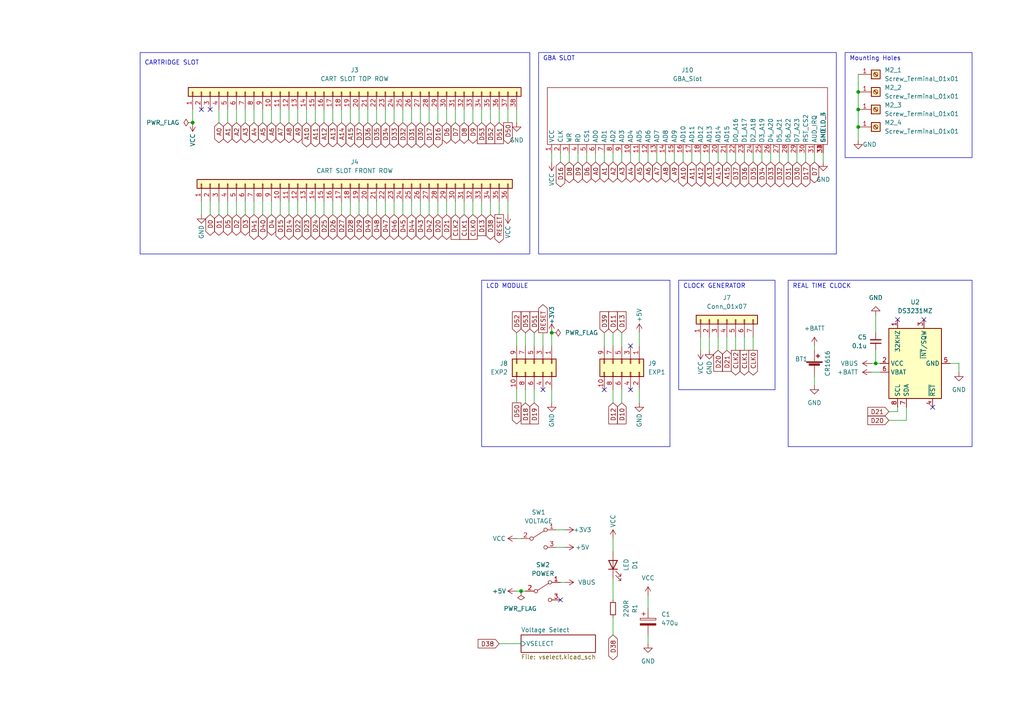
<source format=kicad_sch>
(kicad_sch (version 20231120) (generator "eeschema") (generator_version "8.0")
  (paper "A4")
  (title_block (title "Base board with CPU nad power supply") (date "2023-07-16") (rev "A") (company "iperkeno") (comment 1 "EN022") (comment 2 "Cartridge Reader") (comment 3 "001") (comment 4 "CPU Power Base"))
  (lib_symbols
    (symbol "!OSCR:GBA_Slot"
      (property "Reference" "J10" (at 1.27 15.24 0))
      (property "Value" "GBA_Slot" (at 1.27 12.7 0))
      (symbol "GBA_Slot_1_0"
        (pin power_in line (at 40.64 -8.89 90) (length 2.54) (name "SHIELD_3") (number "33"))
        (pin power_in line (at 40.64 -8.89 90) (length 2.54) (name "SHIELD_4") (number "34"))
      )
      (symbol "GBA_Slot_1_1"
        (pin power_in line (at -38.1 -8.89 90) (length 2.54) (name "VCC") (number "1"))
        (pin bidirectional line (at -15.24 -8.89 90) (length 2.54) (name "AD4") (number "10"))
        (pin bidirectional line (at -12.7 -8.89 90) (length 2.54) (name "AD5") (number "11"))
        (pin bidirectional line (at -10.16 -8.89 90) (length 2.54) (name "AD6") (number "12"))
        (pin bidirectional line (at -7.62 -8.89 90) (length 2.54) (name "AD7") (number "13"))
        (pin bidirectional line (at -5.08 -8.89 90) (length 2.54) (name "AD8") (number "14"))
        (pin bidirectional line (at -2.54 -8.89 90) (length 2.54) (name "AD9") (number "15"))
        (pin bidirectional line (at 0 -8.89 90) (length 2.54) (name "AD10") (number "16"))
        (pin bidirectional line (at 2.54 -8.89 90) (length 2.54) (name "AD11") (number "17"))
        (pin bidirectional line (at 5.08 -8.89 90) (length 2.54) (name "AD12") (number "18"))
        (pin bidirectional line (at 7.62 -8.89 90) (length 2.54) (name "AD13") (number "19"))
        (pin input line (at -35.56 -8.89 90) (length 2.54) (name "CLK") (number "2"))
        (pin bidirectional line (at 10.16 -8.89 90) (length 2.54) (name "AD14") (number "20"))
        (pin bidirectional line (at 12.7 -8.89 90) (length 2.54) (name "AD15") (number "21"))
        (pin bidirectional line (at 15.24 -8.89 90) (length 2.54) (name "D0_A16") (number "22"))
        (pin bidirectional line (at 17.78 -8.89 90) (length 2.54) (name "D1_A17") (number "23"))
        (pin bidirectional line (at 20.32 -8.89 90) (length 2.54) (name "D2_A18") (number "24"))
        (pin bidirectional line (at 22.86 -8.89 90) (length 2.54) (name "D3_A19") (number "25"))
        (pin bidirectional line (at 25.4 -8.89 90) (length 2.54) (name "D4_A20") (number "26"))
        (pin bidirectional line (at 27.94 -8.89 90) (length 2.54) (name "D5_A21") (number "27"))
        (pin bidirectional line (at 30.48 -8.89 90) (length 2.54) (name "D6_A22") (number "28"))
        (pin bidirectional line (at 33.02 -8.89 90) (length 2.54) (name "D7_A23") (number "29"))
        (pin input line (at -33.02 -8.89 90) (length 2.54) (name "WR") (number "3"))
        (pin input line (at 35.56 -8.89 90) (length 2.54) (name "RST_CS2") (number "30"))
        (pin input line (at 38.1 -8.89 90) (length 2.54) (name "AUD_IRQ") (number "31"))
        (pin power_in line (at 40.64 -8.89 90) (length 2.54) (name "GND") (number "32"))
        (pin input line (at -30.48 -8.89 90) (length 2.54) (name "RD") (number "4"))
        (pin input line (at -27.94 -8.89 90) (length 2.54) (name "CS1") (number "5"))
        (pin bidirectional line (at -25.4 -8.89 90) (length 2.54) (name "AD0") (number "6"))
        (pin bidirectional line (at -22.86 -8.89 90) (length 2.54) (name "AD1") (number "7"))
        (pin bidirectional line (at -20.32 -8.89 90) (length 2.54) (name "AD2") (number "8"))
        (pin bidirectional line (at -17.78 -8.89 90) (length 2.54) (name "AD3") (number "9"))
      )
    )
    (symbol "Connector:Screw_Terminal_01x01" (pin_names (offset 1.016) hide)
      (property "Reference" "J" (at 0 2.54 0))
      (property "Value" "Screw_Terminal_01x01" (at 0 -2.54 0))
      (symbol "Screw_Terminal_01x01_1_1"
        (pin passive line (at -5.08 0 0) (length 3.81) (name "Pin_1") (number "1"))
      )
    )
    (symbol "Connector_Generic:Conn_01x07" (pin_names (offset 1.016) hide)
      (property "Reference" "J" (at 0 10.16 0))
      (property "Value" "Conn_01x07" (at 0 -10.16 0))
      (symbol "Conn_01x07_1_1"
        (pin passive line (at -5.08 7.62 0) (length 3.81) (name "Pin_1") (number "1"))
        (pin passive line (at -5.08 5.08 0) (length 3.81) (name "Pin_2") (number "2"))
        (pin passive line (at -5.08 2.54 0) (length 3.81) (name "Pin_3") (number "3"))
        (pin passive line (at -5.08 0 0) (length 3.81) (name "Pin_4") (number "4"))
        (pin passive line (at -5.08 -2.54 0) (length 3.81) (name "Pin_5") (number "5"))
        (pin passive line (at -5.08 -5.08 0) (length 3.81) (name "Pin_6") (number "6"))
        (pin passive line (at -5.08 -7.62 0) (length 3.81) (name "Pin_7") (number "7"))
      )
    )
    (symbol "Connector_Generic:Conn_01x36" (pin_names (offset 1.016) hide)
      (property "Reference" "J" (at 0 45.72 0))
      (property "Value" "Conn_01x36" (at 0 -48.26 0))
      (symbol "Conn_01x36_1_1"
        (pin passive line (at -5.08 43.18 0) (length 3.81) (name "Pin_1") (number "1"))
        (pin passive line (at -5.08 20.32 0) (length 3.81) (name "Pin_10") (number "10"))
        (pin passive line (at -5.08 17.78 0) (length 3.81) (name "Pin_11") (number "11"))
        (pin passive line (at -5.08 15.24 0) (length 3.81) (name "Pin_12") (number "12"))
        (pin passive line (at -5.08 12.7 0) (length 3.81) (name "Pin_13") (number "13"))
        (pin passive line (at -5.08 10.16 0) (length 3.81) (name "Pin_14") (number "14"))
        (pin passive line (at -5.08 7.62 0) (length 3.81) (name "Pin_15") (number "15"))
        (pin passive line (at -5.08 5.08 0) (length 3.81) (name "Pin_16") (number "16"))
        (pin passive line (at -5.08 2.54 0) (length 3.81) (name "Pin_17") (number "17"))
        (pin passive line (at -5.08 0 0) (length 3.81) (name "Pin_18") (number "18"))
        (pin passive line (at -5.08 -2.54 0) (length 3.81) (name "Pin_19") (number "19"))
        (pin passive line (at -5.08 40.64 0) (length 3.81) (name "Pin_2") (number "2"))
        (pin passive line (at -5.08 -5.08 0) (length 3.81) (name "Pin_20") (number "20"))
        (pin passive line (at -5.08 -7.62 0) (length 3.81) (name "Pin_21") (number "21"))
        (pin passive line (at -5.08 -10.16 0) (length 3.81) (name "Pin_22") (number "22"))
        (pin passive line (at -5.08 -12.7 0) (length 3.81) (name "Pin_23") (number "23"))
        (pin passive line (at -5.08 -15.24 0) (length 3.81) (name "Pin_24") (number "24"))
        (pin passive line (at -5.08 -17.78 0) (length 3.81) (name "Pin_25") (number "25"))
        (pin passive line (at -5.08 -20.32 0) (length 3.81) (name "Pin_26") (number "26"))
        (pin passive line (at -5.08 -22.86 0) (length 3.81) (name "Pin_27") (number "27"))
        (pin passive line (at -5.08 -25.4 0) (length 3.81) (name "Pin_28") (number "28"))
        (pin passive line (at -5.08 -27.94 0) (length 3.81) (name "Pin_29") (number "29"))
        (pin passive line (at -5.08 38.1 0) (length 3.81) (name "Pin_3") (number "3"))
        (pin passive line (at -5.08 -30.48 0) (length 3.81) (name "Pin_30") (number "30"))
        (pin passive line (at -5.08 -33.02 0) (length 3.81) (name "Pin_31") (number "31"))
        (pin passive line (at -5.08 -35.56 0) (length 3.81) (name "Pin_32") (number "32"))
        (pin passive line (at -5.08 -38.1 0) (length 3.81) (name "Pin_33") (number "33"))
        (pin passive line (at -5.08 -40.64 0) (length 3.81) (name "Pin_34") (number "34"))
        (pin passive line (at -5.08 -43.18 0) (length 3.81) (name "Pin_35") (number "35"))
        (pin passive line (at -5.08 -45.72 0) (length 3.81) (name "Pin_36") (number "36"))
        (pin passive line (at -5.08 35.56 0) (length 3.81) (name "Pin_4") (number "4"))
        (pin passive line (at -5.08 33.02 0) (length 3.81) (name "Pin_5") (number "5"))
        (pin passive line (at -5.08 30.48 0) (length 3.81) (name "Pin_6") (number "6"))
        (pin passive line (at -5.08 27.94 0) (length 3.81) (name "Pin_7") (number "7"))
        (pin passive line (at -5.08 25.4 0) (length 3.81) (name "Pin_8") (number "8"))
        (pin passive line (at -5.08 22.86 0) (length 3.81) (name "Pin_9") (number "9"))
      )
    )
    (symbol "Connector_Generic:Conn_01x38" (pin_names (offset 1.016) hide)
      (property "Reference" "J" (at 0 48.26 0))
      (property "Value" "Conn_01x38" (at 0 -50.8 0))
      (symbol "Conn_01x38_1_1"
        (pin passive line (at -5.08 45.72 0) (length 3.81) (name "Pin_1") (number "1"))
        (pin passive line (at -5.08 22.86 0) (length 3.81) (name "Pin_10") (number "10"))
        (pin passive line (at -5.08 20.32 0) (length 3.81) (name "Pin_11") (number "11"))
        (pin passive line (at -5.08 17.78 0) (length 3.81) (name "Pin_12") (number "12"))
        (pin passive line (at -5.08 15.24 0) (length 3.81) (name "Pin_13") (number "13"))
        (pin passive line (at -5.08 12.7 0) (length 3.81) (name "Pin_14") (number "14"))
        (pin passive line (at -5.08 10.16 0) (length 3.81) (name "Pin_15") (number "15"))
        (pin passive line (at -5.08 7.62 0) (length 3.81) (name "Pin_16") (number "16"))
        (pin passive line (at -5.08 5.08 0) (length 3.81) (name "Pin_17") (number "17"))
        (pin passive line (at -5.08 2.54 0) (length 3.81) (name "Pin_18") (number "18"))
        (pin passive line (at -5.08 0 0) (length 3.81) (name "Pin_19") (number "19"))
        (pin passive line (at -5.08 43.18 0) (length 3.81) (name "Pin_2") (number "2"))
        (pin passive line (at -5.08 -2.54 0) (length 3.81) (name "Pin_20") (number "20"))
        (pin passive line (at -5.08 -5.08 0) (length 3.81) (name "Pin_21") (number "21"))
        (pin passive line (at -5.08 -7.62 0) (length 3.81) (name "Pin_22") (number "22"))
        (pin passive line (at -5.08 -10.16 0) (length 3.81) (name "Pin_23") (number "23"))
        (pin passive line (at -5.08 -12.7 0) (length 3.81) (name "Pin_24") (number "24"))
        (pin passive line (at -5.08 -15.24 0) (length 3.81) (name "Pin_25") (number "25"))
        (pin passive line (at -5.08 -17.78 0) (length 3.81) (name "Pin_26") (number "26"))
        (pin passive line (at -5.08 -20.32 0) (length 3.81) (name "Pin_27") (number "27"))
        (pin passive line (at -5.08 -22.86 0) (length 3.81) (name "Pin_28") (number "28"))
        (pin passive line (at -5.08 -25.4 0) (length 3.81) (name "Pin_29") (number "29"))
        (pin passive line (at -5.08 40.64 0) (length 3.81) (name "Pin_3") (number "3"))
        (pin passive line (at -5.08 -27.94 0) (length 3.81) (name "Pin_30") (number "30"))
        (pin passive line (at -5.08 -30.48 0) (length 3.81) (name "Pin_31") (number "31"))
        (pin passive line (at -5.08 -33.02 0) (length 3.81) (name "Pin_32") (number "32"))
        (pin passive line (at -5.08 -35.56 0) (length 3.81) (name "Pin_33") (number "33"))
        (pin passive line (at -5.08 -38.1 0) (length 3.81) (name "Pin_34") (number "34"))
        (pin passive line (at -5.08 -40.64 0) (length 3.81) (name "Pin_35") (number "35"))
        (pin passive line (at -5.08 -43.18 0) (length 3.81) (name "Pin_36") (number "36"))
        (pin passive line (at -5.08 -45.72 0) (length 3.81) (name "Pin_37") (number "37"))
        (pin passive line (at -5.08 -48.26 0) (length 3.81) (name "Pin_38") (number "38"))
        (pin passive line (at -5.08 38.1 0) (length 3.81) (name "Pin_4") (number "4"))
        (pin passive line (at -5.08 35.56 0) (length 3.81) (name "Pin_5") (number "5"))
        (pin passive line (at -5.08 33.02 0) (length 3.81) (name "Pin_6") (number "6"))
        (pin passive line (at -5.08 30.48 0) (length 3.81) (name "Pin_7") (number "7"))
        (pin passive line (at -5.08 27.94 0) (length 3.81) (name "Pin_8") (number "8"))
        (pin passive line (at -5.08 25.4 0) (length 3.81) (name "Pin_9") (number "9"))
      )
    )
    (symbol "Connector_Generic:Conn_02x05_Odd_Even" (pin_names (offset 1.016) hide)
      (property "Reference" "J" (at 1.27 7.62 0))
      (property "Value" "Conn_02x05_Odd_Even" (at 1.27 -7.62 0))
      (symbol "Conn_02x05_Odd_Even_1_1"
        (pin passive line (at -5.08 5.08 0) (length 3.81) (name "Pin_1") (number "1"))
        (pin passive line (at 7.62 -5.08 180) (length 3.81) (name "Pin_10") (number "10"))
        (pin passive line (at 7.62 5.08 180) (length 3.81) (name "Pin_2") (number "2"))
        (pin passive line (at -5.08 2.54 0) (length 3.81) (name "Pin_3") (number "3"))
        (pin passive line (at 7.62 2.54 180) (length 3.81) (name "Pin_4") (number "4"))
        (pin passive line (at -5.08 0 0) (length 3.81) (name "Pin_5") (number "5"))
        (pin passive line (at 7.62 0 180) (length 3.81) (name "Pin_6") (number "6"))
        (pin passive line (at -5.08 -2.54 0) (length 3.81) (name "Pin_7") (number "7"))
        (pin passive line (at 7.62 -2.54 180) (length 3.81) (name "Pin_8") (number "8"))
        (pin passive line (at -5.08 -5.08 0) (length 3.81) (name "Pin_9") (number "9"))
      )
    )
    (symbol "Device:Battery_Cell" (pin_numbers hide) (pin_names (offset 0) hide)
      (property "Reference" "BT" (at 2.54 2.54 0))
      (property "Value" "Battery_Cell" (at 2.54 0 0))
      (symbol "Battery_Cell_1_1"
        (pin passive line (at 0 5.08 270) (length 2.54) (name "+") (number "1"))
        (pin passive line (at 0 -2.54 90) (length 2.54) (name "-") (number "2"))
      )
    )
    (symbol "Device:C_Polarized" (pin_numbers hide) (pin_names (offset 0.254))
      (property "Reference" "C" (at 0.635 2.54 0))
      (property "Value" "C_Polarized" (at 0.635 -2.54 0))
      (symbol "C_Polarized_1_1"
        (pin passive line (at 0 3.81 270) (length 2.794) (name "~") (number "1"))
        (pin passive line (at 0 -3.81 90) (length 2.794) (name "~") (number "2"))
      )
    )
    (symbol "Device:C_Small" (pin_numbers hide) (pin_names (offset 0.254) hide)
      (property "Reference" "C" (at 0.254 1.778 0))
      (property "Value" "C_Small" (at 0.254 -2.032 0))
      (symbol "C_Small_1_1"
        (pin passive line (at 0 2.54 270) (length 2.032) (name "~") (number "1"))
        (pin passive line (at 0 -2.54 90) (length 2.032) (name "~") (number "2"))
      )
    )
    (symbol "Device:LED" (pin_numbers hide) (pin_names (offset 1.016) hide)
      (property "Reference" "D" (at 0 2.54 0))
      (property "Value" "LED" (at 0 -2.54 0))
      (symbol "LED_1_1"
        (pin passive line (at -3.81 0 0) (length 2.54) (name "K") (number "1"))
        (pin passive line (at 3.81 0 180) (length 2.54) (name "A") (number "2"))
      )
    )
    (symbol "Device:R_Small" (pin_numbers hide) (pin_names (offset 0.254) hide)
      (property "Reference" "R" (at 0.762 0.508 0))
      (property "Value" "R_Small" (at 0.762 -1.016 0))
      (symbol "R_Small_1_1"
        (pin passive line (at 0 2.54 270) (length 0.762) (name "~") (number "1"))
        (pin passive line (at 0 -2.54 90) (length 0.762) (name "~") (number "2"))
      )
    )
    (symbol "Switch:SW_SPDT" (pin_names (offset 0) hide)
      (property "Reference" "SW" (at 0 4.318 0))
      (property "Value" "SW_SPDT" (at 0 -5.08 0))
      (symbol "SW_SPDT_1_1"
        (pin passive line (at 5.08 2.54 180) (length 2.54) (name "A") (number "1"))
        (pin passive line (at -5.08 0 0) (length 2.54) (name "B") (number "2"))
        (pin passive line (at 5.08 -2.54 180) (length 2.54) (name "C") (number "3"))
      )
    )
    (symbol "Timer_RTC:DS3231MZ"
      (property "Reference" "U" (at -7.62 8.89 0))
      (property "Value" "DS3231MZ" (at 11.43 8.89 0))
      (symbol "DS3231MZ_1_1"
        (pin open_collector line (at 12.7 5.08 180) (length 2.54) (name "32KHZ") (number "1"))
        (pin power_in line (at 0 10.16 270) (length 2.54) (name "VCC") (number "2"))
        (pin open_collector line (at 12.7 -2.54 180) (length 2.54) (name "~{INT}/SQW") (number "3"))
        (pin bidirectional line (at -12.7 -5.08 0) (length 2.54) (name "~{RST}") (number "4"))
        (pin power_in line (at 0 -10.16 90) (length 2.54) (name "GND") (number "5"))
        (pin power_in line (at -2.54 10.16 270) (length 2.54) (name "VBAT") (number "6"))
        (pin bidirectional line (at -12.7 2.54 0) (length 2.54) (name "SDA") (number "7"))
        (pin input line (at -12.7 5.08 0) (length 2.54) (name "SCL") (number "8"))
      )
    )
    (symbol "power:+3.3V" (power) (pin_names (offset 0))
      (property "Value" "+3.3V" (at 0 3.556 0))
      (symbol "+3.3V_1_1"
        (pin power_in line (at 0 0 90) (length 0) hide (name "+3V3") (number "1"))
      )
    )
    (symbol "power:+5V" (power) (pin_names (offset 0))
      (property "Value" "+5V" (at 0 3.556 0))
      (symbol "+5V_1_1"
        (pin power_in line (at 0 0 90) (length 0) hide (name "+5V") (number "1"))
      )
    )
    (symbol "power:+BATT" (power) (pin_names (offset 0))
      (property "Value" "+BATT" (at 0 3.556 0))
      (symbol "+BATT_1_1"
        (pin power_in line (at 0 0 90) (length 0) hide (name "+BATT") (number "1"))
      )
    )
    (symbol "power:GND" (power) (pin_names (offset 0))
      (property "Value" "GND" (at 0 -3.81 0))
      (symbol "GND_1_1"
        (pin power_in line (at 0 0 270) (length 0) hide (name "GND") (number "1"))
      )
    )
    (symbol "power:PWR_FLAG" (power) (pin_numbers hide) (pin_names (offset 0) hide)
      (property "Value" "PWR_FLAG" (at 0 3.81 0))
      (symbol "PWR_FLAG_0_0"
        (pin power_out line (at 0 0 90) (length 0) (name "pwr") (number "1"))
      )
    )
    (symbol "power:VBUS" (power) (pin_names (offset 0))
      (property "Value" "VBUS" (at 0 3.81 0))
      (symbol "VBUS_1_1"
        (pin power_in line (at 0 0 90) (length 0) hide (name "VBUS") (number "1"))
      )
    )
    (symbol "power:VCC" (power) (pin_names (offset 0))
      (property "Value" "VCC" (at 0 3.81 0))
      (symbol "VCC_1_1"
        (pin power_in line (at 0 0 90) (length 0) hide (name "VCC") (number "1"))
      )
    )
  )
  (junction (at 254 105.41))
  (junction (at 248.92 26.67))
  (junction (at 248.92 31.75))
  (junction (at 151.13 171.45))
  (junction (at 55.88 35.56))
  (junction (at 248.92 36.83))
  (junction (at 160.02 96.52))
  (no_connect (at 157.48 113.03))
  (no_connect (at 175.26 113.03))
  (no_connect (at 182.88 100.33))
  (no_connect (at 182.88 113.03))
  (no_connect (at 58.42 31.75))
  (no_connect (at 162.56 173.99))
  (no_connect (at 267.97 92.71))
  (no_connect (at 260.35 92.71))
  (no_connect (at 270.51 118.11))
  (no_connect (at 60.96 31.75))
  (wire (pts (xy 144.78 31.75) (xy 144.78 35.56)))
  (wire (pts (xy 71.12 58.42) (xy 71.12 62.23)))
  (wire (pts (xy 210.82 44.45) (xy 210.82 46.99)))
  (wire (pts (xy 254 101.6) (xy 254 105.41)))
  (wire (pts (xy 60.96 58.42) (xy 60.96 62.23)))
  (wire (pts (xy 78.74 58.42) (xy 78.74 62.23)))
  (wire (pts (xy 182.88 44.45) (xy 182.88 46.99)))
  (wire (pts (xy 132.08 31.75) (xy 132.08 35.56)))
  (wire (pts (xy 238.76 44.45) (xy 238.76 46.99)))
  (wire (pts (xy 114.3 31.75) (xy 114.3 35.56)))
  (wire (pts (xy 99.06 31.75) (xy 99.06 35.56)))
  (wire (pts (xy 231.14 44.45) (xy 231.14 46.99)))
  (wire (pts (xy 139.7 31.75) (xy 139.7 35.56)))
  (wire (pts (xy 198.12 44.45) (xy 198.12 46.99)))
  (wire (pts (xy 104.14 58.42) (xy 104.14 62.23)))
  (wire (pts (xy 195.58 44.45) (xy 195.58 46.99)))
  (wire (pts (xy 73.66 58.42) (xy 73.66 62.23)))
  (wire (pts (xy 226.06 44.45) (xy 226.06 46.99)))
  (wire (pts (xy 215.9 44.45) (xy 215.9 46.99)))
  (wire (pts (xy 257.81 119.38) (xy 260.35 119.38)))
  (wire (pts (xy 177.8 44.45) (xy 177.8 46.99)))
  (wire (pts (xy 213.36 97.79) (xy 213.36 101.6)))
  (wire (pts (xy 165.1 44.45) (xy 165.1 46.99)))
  (wire (pts (xy 177.8 167.64) (xy 177.8 173.99)))
  (wire (pts (xy 177.8 113.03) (xy 177.8 116.84)))
  (wire (pts (xy 129.54 31.75) (xy 129.54 35.56)))
  (wire (pts (xy 254 96.52) (xy 254 91.44)))
  (wire (pts (xy 144.78 58.42) (xy 144.78 62.23)))
  (wire (pts (xy 63.5 31.75) (xy 63.5 35.56)))
  (wire (pts (xy 96.52 31.75) (xy 96.52 35.56)))
  (wire (pts (xy 248.92 21.59) (xy 248.92 26.67)))
  (wire (pts (xy 93.98 31.75) (xy 93.98 35.56)))
  (wire (pts (xy 76.2 58.42) (xy 76.2 62.23)))
  (wire (pts (xy 101.6 58.42) (xy 101.6 62.23)))
  (wire (pts (xy 137.16 58.42) (xy 137.16 62.23)))
  (wire (pts (xy 172.72 44.45) (xy 172.72 46.99)))
  (wire (pts (xy 278.13 105.41) (xy 275.59 105.41)))
  (wire (pts (xy 132.08 58.42) (xy 132.08 62.23)))
  (wire (pts (xy 185.42 96.52) (xy 185.42 100.33)))
  (wire (pts (xy 93.98 58.42) (xy 93.98 62.23)))
  (wire (pts (xy 167.64 44.45) (xy 167.64 46.99)))
  (wire (pts (xy 185.42 113.03) (xy 185.42 116.84)))
  (wire (pts (xy 86.36 31.75) (xy 86.36 35.56)))
  (wire (pts (xy 200.66 44.45) (xy 200.66 46.99)))
  (wire (pts (xy 180.34 96.52) (xy 180.34 100.33)))
  (wire (pts (xy 223.52 44.45) (xy 223.52 46.99)))
  (wire (pts (xy 260.35 119.38) (xy 260.35 118.11)))
  (wire (pts (xy 147.32 31.75) (xy 147.32 35.56)))
  (wire (pts (xy 68.58 31.75) (xy 68.58 35.56)))
  (wire (pts (xy 210.82 97.79) (xy 210.82 101.6)))
  (wire (pts (xy 213.36 44.45) (xy 213.36 46.99)))
  (wire (pts (xy 66.04 58.42) (xy 66.04 62.23)))
  (wire (pts (xy 127 31.75) (xy 127 35.56)))
  (wire (pts (xy 63.5 58.42) (xy 63.5 62.23)))
  (wire (pts (xy 228.6 44.45) (xy 228.6 46.99)))
  (wire (pts (xy 151.13 171.45) (xy 152.4 171.45)))
  (wire (pts (xy 66.04 31.75) (xy 66.04 35.56)))
  (wire (pts (xy 142.24 58.42) (xy 142.24 62.23)))
  (wire (pts (xy 152.4 96.52) (xy 152.4 100.33)))
  (wire (pts (xy 252.73 107.95) (xy 255.27 107.95)))
  (wire (pts (xy 252.73 105.41) (xy 254 105.41)))
  (wire (pts (xy 104.14 31.75) (xy 104.14 35.56)))
  (wire (pts (xy 248.92 31.75) (xy 248.92 36.83)))
  (wire (pts (xy 119.38 58.42) (xy 119.38 62.23)))
  (wire (pts (xy 152.4 113.03) (xy 152.4 116.84)))
  (wire (pts (xy 91.44 31.75) (xy 91.44 35.56)))
  (wire (pts (xy 101.6 31.75) (xy 101.6 35.56)))
  (wire (pts (xy 111.76 58.42) (xy 111.76 62.23)))
  (wire (pts (xy 215.9 97.79) (xy 215.9 101.6)))
  (wire (pts (xy 73.66 31.75) (xy 73.66 35.56)))
  (wire (pts (xy 177.8 156.21) (xy 177.8 160.02)))
  (wire (pts (xy 121.92 31.75) (xy 121.92 35.56)))
  (wire (pts (xy 185.42 44.45) (xy 185.42 46.99)))
  (wire (pts (xy 55.88 31.75) (xy 55.88 35.56)))
  (wire (pts (xy 116.84 31.75) (xy 116.84 35.56)))
  (wire (pts (xy 149.86 156.21) (xy 151.13 156.21)))
  (wire (pts (xy 116.84 58.42) (xy 116.84 62.23)))
  (wire (pts (xy 99.06 58.42) (xy 99.06 62.23)))
  (wire (pts (xy 149.86 171.45) (xy 151.13 171.45)))
  (wire (pts (xy 86.36 58.42) (xy 86.36 62.23)))
  (wire (pts (xy 187.96 184.15) (xy 187.96 186.69)))
  (wire (pts (xy 88.9 31.75) (xy 88.9 35.56)))
  (wire (pts (xy 109.22 31.75) (xy 109.22 35.56)))
  (wire (pts (xy 134.62 31.75) (xy 134.62 35.56)))
  (wire (pts (xy 203.2 97.79) (xy 203.2 101.6)))
  (wire (pts (xy 177.8 96.52) (xy 177.8 100.33)))
  (wire (pts (xy 68.58 58.42) (xy 68.58 62.23)))
  (wire (pts (xy 170.18 44.45) (xy 170.18 46.99)))
  (wire (pts (xy 129.54 58.42) (xy 129.54 62.23)))
  (wire (pts (xy 162.56 168.91) (xy 163.83 168.91)))
  (wire (pts (xy 88.9 58.42) (xy 88.9 62.23)))
  (wire (pts (xy 76.2 31.75) (xy 76.2 35.56)))
  (wire (pts (xy 149.86 113.03) (xy 149.86 116.84)))
  (wire (pts (xy 278.13 107.95) (xy 278.13 105.41)))
  (wire (pts (xy 157.48 96.52) (xy 157.48 100.33)))
  (wire (pts (xy 161.29 153.67) (xy 163.83 153.67)))
  (wire (pts (xy 160.02 113.03) (xy 160.02 116.84)))
  (wire (pts (xy 262.89 121.92) (xy 257.81 121.92)))
  (wire (pts (xy 149.86 96.52) (xy 149.86 100.33)))
  (wire (pts (xy 71.12 31.75) (xy 71.12 35.56)))
  (wire (pts (xy 187.96 172.72) (xy 187.96 176.53)))
  (wire (pts (xy 205.74 44.45) (xy 205.74 46.99)))
  (wire (pts (xy 162.56 44.45) (xy 162.56 46.99)))
  (wire (pts (xy 134.62 58.42) (xy 134.62 62.23)))
  (wire (pts (xy 160.02 96.52) (xy 160.02 100.33)))
  (wire (pts (xy 124.46 31.75) (xy 124.46 35.56)))
  (wire (pts (xy 161.29 158.75) (xy 163.83 158.75)))
  (wire (pts (xy 187.96 44.45) (xy 187.96 46.99)))
  (wire (pts (xy 81.28 31.75) (xy 81.28 35.56)))
  (wire (pts (xy 114.3 58.42) (xy 114.3 62.23)))
  (wire (pts (xy 175.26 96.52) (xy 175.26 100.33)))
  (wire (pts (xy 203.2 44.45) (xy 203.2 46.99)))
  (wire (pts (xy 208.28 97.79) (xy 208.28 101.6)))
  (wire (pts (xy 83.82 58.42) (xy 83.82 62.23)))
  (wire (pts (xy 254 105.41) (xy 255.27 105.41)))
  (wire (pts (xy 262.89 118.11) (xy 262.89 121.92)))
  (wire (pts (xy 236.22 44.45) (xy 236.22 46.99)))
  (wire (pts (xy 149.86 31.75) (xy 149.86 35.56)))
  (wire (pts (xy 154.94 113.03) (xy 154.94 116.84)))
  (wire (pts (xy 248.92 26.67) (xy 248.92 31.75)))
  (wire (pts (xy 96.52 58.42) (xy 96.52 62.23)))
  (wire (pts (xy 236.22 109.22) (xy 236.22 111.76)))
  (wire (pts (xy 180.34 113.03) (xy 180.34 116.84)))
  (wire (pts (xy 137.16 31.75) (xy 137.16 35.56)))
  (wire (pts (xy 83.82 31.75) (xy 83.82 35.56)))
  (wire (pts (xy 127 58.42) (xy 127 62.23)))
  (wire (pts (xy 218.44 44.45) (xy 218.44 46.99)))
  (wire (pts (xy 142.24 31.75) (xy 142.24 35.56)))
  (wire (pts (xy 78.74 31.75) (xy 78.74 35.56)))
  (wire (pts (xy 106.68 58.42) (xy 106.68 62.23)))
  (wire (pts (xy 106.68 31.75) (xy 106.68 35.56)))
  (wire (pts (xy 220.98 44.45) (xy 220.98 46.99)))
  (wire (pts (xy 139.7 58.42) (xy 139.7 62.23)))
  (wire (pts (xy 144.78 186.69) (xy 151.13 186.69)))
  (wire (pts (xy 109.22 58.42) (xy 109.22 62.23)))
  (wire (pts (xy 91.44 58.42) (xy 91.44 62.23)))
  (wire (pts (xy 218.44 97.79) (xy 218.44 101.6)))
  (wire (pts (xy 147.32 58.42) (xy 147.32 62.23)))
  (wire (pts (xy 190.5 44.45) (xy 190.5 46.99)))
  (wire (pts (xy 236.22 100.33) (xy 236.22 101.6)))
  (wire (pts (xy 180.34 44.45) (xy 180.34 46.99)))
  (wire (pts (xy 111.76 31.75) (xy 111.76 35.56)))
  (wire (pts (xy 177.8 179.07) (xy 177.8 184.15)))
  (wire (pts (xy 119.38 31.75) (xy 119.38 35.56)))
  (wire (pts (xy 175.26 44.45) (xy 175.26 46.99)))
  (wire (pts (xy 58.42 58.42) (xy 58.42 62.23)))
  (wire (pts (xy 193.04 44.45) (xy 193.04 46.99)))
  (wire (pts (xy 154.94 96.52) (xy 154.94 100.33)))
  (wire (pts (xy 121.92 58.42) (xy 121.92 62.23)))
  (wire (pts (xy 124.46 58.42) (xy 124.46 62.23)))
  (wire (pts (xy 208.28 44.45) (xy 208.28 46.99)))
  (wire (pts (xy 205.74 97.79) (xy 205.74 101.6)))
  (wire (pts (xy 248.92 36.83) (xy 248.92 40.64)))
  (wire (pts (xy 81.28 58.42) (xy 81.28 62.23)))
  (wire (pts (xy 160.02 44.45) (xy 160.02 46.99)))
  (wire (pts (xy 233.68 44.45) (xy 233.68 46.99)))
  (rectangle (start 156.21 15.24) (end 242.57 73.66))
  (rectangle (start 245.11 15.24) (end 281.94 45.72))
  (rectangle (start 228.6 81.28) (end 281.94 129.54))
  (rectangle (start 40.64 15.24) (end 153.67 73.66))
  (rectangle (start 139.7 81.28) (end 194.31 129.54))
  (rectangle (start 196.85 81.28) (end 224.79 113.03))
  (text "LCD MODULE" (at 140.97 83.82 0) (effects (font (size 1.27 1.27)) (justify left bottom)))
  (text "REAL TIME CLOCK" (at 229.87 83.82 0) (effects (font (size 1.27 1.27)) (justify left bottom)))
  (text "CLOCK GENERATOR" (at 198.12 83.82 0) (effects (font (size 1.27 1.27)) (justify left bottom)))
  (text "CARTRIDGE SLOT" (at 41.91 19.05 0) (effects (font (size 1.27 1.27)) (justify left bottom)))
  (text "GBA SLOT" (at 157.48 17.78 0) (effects (font (size 1.27 1.27)) (justify left bottom)))
  (text "Mounting Holes" (at 246.38 17.78 0) (effects (font (size 1.27 1.27)) (justify left bottom)))
  (global_label "A7" (shape bidirectional) (at 190.5 46.99 270) (property "Intersheetrefs" "${INTERSHEET_REFS}" (effects (hide yes))))
  (global_label "A6" (shape bidirectional) (at 78.74 35.56 270) (property "Intersheetrefs" "${INTERSHEET_REFS}" (effects (hide yes))))
  (global_label "D6" (shape bidirectional) (at 170.18 46.99 270) (property "Intersheetrefs" "${INTERSHEET_REFS}" (effects (hide yes))))
  (global_label "D11" (shape input) (at 177.8 96.52 90) (property "Intersheetrefs" "${INTERSHEET_REFS}" (effects (hide yes))))
  (global_label "D51" (shape input) (at 144.78 35.56 270) (property "Intersheetrefs" "${INTERSHEET_REFS}" (effects (hide yes))))
  (global_label "D29" (shape bidirectional) (at 104.14 62.23 270) (property "Intersheetrefs" "${INTERSHEET_REFS}" (effects (hide yes))))
  (global_label "D38" (shape input) (at 144.78 186.69 180) (property "Intersheetrefs" "${INTERSHEET_REFS}" (effects (hide yes))))
  (global_label "A9" (shape bidirectional) (at 86.36 35.56 270) (property "Intersheetrefs" "${INTERSHEET_REFS}" (effects (hide yes))))
  (global_label "D31" (shape bidirectional) (at 119.38 35.56 270) (property "Intersheetrefs" "${INTERSHEET_REFS}" (effects (hide yes))))
  (global_label "D24" (shape bidirectional) (at 91.44 62.23 270) (property "Intersheetrefs" "${INTERSHEET_REFS}" (effects (hide yes))))
  (global_label "D9" (shape bidirectional) (at 167.64 46.99 270) (property "Intersheetrefs" "${INTERSHEET_REFS}" (effects (hide yes))))
  (global_label "CLK2" (shape output) (at 213.36 101.6 270) (property "Intersheetrefs" "${INTERSHEET_REFS}" (effects (hide yes))))
  (global_label "D50" (shape output) (at 147.32 35.56 270) (property "Intersheetrefs" "${INTERSHEET_REFS}" (effects (hide yes))))
  (global_label "D17" (shape bidirectional) (at 124.46 35.56 270) (property "Intersheetrefs" "${INTERSHEET_REFS}" (effects (hide yes))))
  (global_label "D7" (shape bidirectional) (at 236.22 46.99 270) (property "Intersheetrefs" "${INTERSHEET_REFS}" (effects (hide yes))))
  (global_label "D34" (shape bidirectional) (at 111.76 35.56 270) (property "Intersheetrefs" "${INTERSHEET_REFS}" (effects (hide yes))))
  (global_label "A11" (shape bidirectional) (at 91.44 35.56 270) (property "Intersheetrefs" "${INTERSHEET_REFS}" (effects (hide yes))))
  (global_label "D46" (shape bidirectional) (at 114.3 62.23 270) (property "Intersheetrefs" "${INTERSHEET_REFS}" (effects (hide yes))))
  (global_label "A2" (shape bidirectional) (at 177.8 46.99 270) (property "Intersheetrefs" "${INTERSHEET_REFS}" (effects (hide yes))))
  (global_label "D25" (shape bidirectional) (at 93.98 62.23 270) (property "Intersheetrefs" "${INTERSHEET_REFS}" (effects (hide yes))))
  (global_label "A5" (shape bidirectional) (at 185.42 46.99 270) (property "Intersheetrefs" "${INTERSHEET_REFS}" (effects (hide yes))))
  (global_label "CLK1" (shape input) (at 134.62 62.23 270) (property "Intersheetrefs" "${INTERSHEET_REFS}" (effects (hide yes))))
  (global_label "A5" (shape bidirectional) (at 76.2 35.56 270) (property "Intersheetrefs" "${INTERSHEET_REFS}" (effects (hide yes))))
  (global_label "D50" (shape output) (at 149.86 116.84 270) (property "Intersheetrefs" "${INTERSHEET_REFS}" (effects (hide yes))))
  (global_label "A13" (shape bidirectional) (at 205.74 46.99 270) (property "Intersheetrefs" "${INTERSHEET_REFS}" (effects (hide yes))))
  (global_label "CLK0" (shape output) (at 218.44 101.6 270) (property "Intersheetrefs" "${INTERSHEET_REFS}" (effects (hide yes))))
  (global_label "D49" (shape bidirectional) (at 106.68 62.23 270) (property "Intersheetrefs" "${INTERSHEET_REFS}" (effects (hide yes))))
  (global_label "D7" (shape bidirectional) (at 132.08 35.56 270) (property "Intersheetrefs" "${INTERSHEET_REFS}" (effects (hide yes))))
  (global_label "D16" (shape bidirectional) (at 127 35.56 270) (property "Intersheetrefs" "${INTERSHEET_REFS}" (effects (hide yes))))
  (global_label "D33" (shape bidirectional) (at 114.3 35.56 270) (property "Intersheetrefs" "${INTERSHEET_REFS}" (effects (hide yes))))
  (global_label "A12" (shape bidirectional) (at 93.98 35.56 270) (property "Intersheetrefs" "${INTERSHEET_REFS}" (effects (hide yes))))
  (global_label "CLK0" (shape input) (at 137.16 62.23 270) (property "Intersheetrefs" "${INTERSHEET_REFS}" (effects (hide yes))))
  (global_label "D9" (shape bidirectional) (at 137.16 35.56 270) (property "Intersheetrefs" "${INTERSHEET_REFS}" (effects (hide yes))))
  (global_label "D53" (shape input) (at 139.7 35.56 270) (property "Intersheetrefs" "${INTERSHEET_REFS}" (effects (hide yes))))
  (global_label "D38" (shape bidirectional) (at 142.24 62.23 270) (property "Intersheetrefs" "${INTERSHEET_REFS}" (effects (hide yes))))
  (global_label "A7" (shape bidirectional) (at 81.28 35.56 270) (property "Intersheetrefs" "${INTERSHEET_REFS}" (effects (hide yes))))
  (global_label "D52" (shape input) (at 142.24 35.56 270) (property "Intersheetrefs" "${INTERSHEET_REFS}" (effects (hide yes))))
  (global_label "D30" (shape bidirectional) (at 121.92 35.56 270) (property "Intersheetrefs" "${INTERSHEET_REFS}" (effects (hide yes))))
  (global_label "D13" (shape input) (at 180.34 96.52 90) (property "Intersheetrefs" "${INTERSHEET_REFS}" (effects (hide yes))))
  (global_label "D40" (shape bidirectional) (at 76.2 62.23 270) (property "Intersheetrefs" "${INTERSHEET_REFS}" (effects (hide yes))))
  (global_label "D15" (shape bidirectional) (at 81.28 62.23 270) (property "Intersheetrefs" "${INTERSHEET_REFS}" (effects (hide yes))))
  (global_label "A10" (shape bidirectional) (at 198.12 46.99 270) (property "Intersheetrefs" "${INTERSHEET_REFS}" (effects (hide yes))))
  (global_label "D28" (shape bidirectional) (at 101.6 62.23 270) (property "Intersheetrefs" "${INTERSHEET_REFS}" (effects (hide yes))))
  (global_label "A3" (shape bidirectional) (at 180.34 46.99 270) (property "Intersheetrefs" "${INTERSHEET_REFS}" (effects (hide yes))))
  (global_label "A1" (shape bidirectional) (at 66.04 35.56 270) (property "Intersheetrefs" "${INTERSHEET_REFS}" (effects (hide yes))))
  (global_label "D47" (shape bidirectional) (at 111.76 62.23 270) (property "Intersheetrefs" "${INTERSHEET_REFS}" (effects (hide yes))))
  (global_label "D12" (shape input) (at 177.8 116.84 270) (property "Intersheetrefs" "${INTERSHEET_REFS}" (effects (hide yes))))
  (global_label "A13" (shape bidirectional) (at 96.52 35.56 270) (property "Intersheetrefs" "${INTERSHEET_REFS}" (effects (hide yes))))
  (global_label "D18" (shape input) (at 152.4 116.84 270) (property "Intersheetrefs" "${INTERSHEET_REFS}" (effects (hide yes))))
  (global_label "A3" (shape bidirectional) (at 71.12 35.56 270) (property "Intersheetrefs" "${INTERSHEET_REFS}" (effects (hide yes))))
  (global_label "A11" (shape bidirectional) (at 200.66 46.99 270) (property "Intersheetrefs" "${INTERSHEET_REFS}" (effects (hide yes))))
  (global_label "D43" (shape bidirectional) (at 121.92 62.23 270) (property "Intersheetrefs" "${INTERSHEET_REFS}" (effects (hide yes))))
  (global_label "D8" (shape bidirectional) (at 134.62 35.56 270) (property "Intersheetrefs" "${INTERSHEET_REFS}" (effects (hide yes))))
  (global_label "D36" (shape bidirectional) (at 106.68 35.56 270) (property "Intersheetrefs" "${INTERSHEET_REFS}" (effects (hide yes))))
  (global_label "D35" (shape bidirectional) (at 218.44 46.99 270) (property "Intersheetrefs" "${INTERSHEET_REFS}" (effects (hide yes))))
  (global_label "D21" (shape input) (at 257.81 119.38 180) (property "Intersheetrefs" "${INTERSHEET_REFS}" (effects (hide yes))))
  (global_label "D23" (shape bidirectional) (at 88.9 62.23 270) (property "Intersheetrefs" "${INTERSHEET_REFS}" (effects (hide yes))))
  (global_label "D30" (shape bidirectional) (at 231.14 46.99 270) (property "Intersheetrefs" "${INTERSHEET_REFS}" (effects (hide yes))))
  (global_label "D33" (shape bidirectional) (at 223.52 46.99 270) (property "Intersheetrefs" "${INTERSHEET_REFS}" (effects (hide yes))))
  (global_label "D1" (shape bidirectional) (at 63.5 62.23 270) (property "Intersheetrefs" "${INTERSHEET_REFS}" (effects (hide yes))))
  (global_label "D14" (shape bidirectional) (at 83.82 62.23 270) (property "Intersheetrefs" "${INTERSHEET_REFS}" (effects (hide yes))))
  (global_label "D31" (shape bidirectional) (at 228.6 46.99 270) (property "Intersheetrefs" "${INTERSHEET_REFS}" (effects (hide yes))))
  (global_label "D19" (shape input) (at 154.94 116.84 270) (property "Intersheetrefs" "${INTERSHEET_REFS}" (effects (hide yes))))
  (global_label "A9" (shape bidirectional) (at 195.58 46.99 270) (property "Intersheetrefs" "${INTERSHEET_REFS}" (effects (hide yes))))
  (global_label "D4" (shape bidirectional) (at 78.74 62.23 270) (property "Intersheetrefs" "${INTERSHEET_REFS}" (effects (hide yes))))
  (global_label "D22" (shape bidirectional) (at 86.36 62.23 270) (property "Intersheetrefs" "${INTERSHEET_REFS}" (effects (hide yes))))
  (global_label "D2" (shape bidirectional) (at 68.58 62.23 270) (property "Intersheetrefs" "${INTERSHEET_REFS}" (effects (hide yes))))
  (global_label "D17" (shape bidirectional) (at 233.68 46.99 270) (property "Intersheetrefs" "${INTERSHEET_REFS}" (effects (hide yes))))
  (global_label "CLK1" (shape output) (at 215.9 101.6 270) (property "Intersheetrefs" "${INTERSHEET_REFS}" (effects (hide yes))))
  (global_label "D35" (shape bidirectional) (at 109.22 35.56 270) (property "Intersheetrefs" "${INTERSHEET_REFS}" (effects (hide yes))))
  (global_label "D39" (shape input) (at 175.26 96.52 90) (property "Intersheetrefs" "${INTERSHEET_REFS}" (effects (hide yes))))
  (global_label "D21" (shape bidirectional) (at 129.54 62.23 270) (property "Intersheetrefs" "${INTERSHEET_REFS}" (effects (hide yes))))
  (global_label "A0" (shape bidirectional) (at 63.5 35.56 270) (property "Intersheetrefs" "${INTERSHEET_REFS}" (effects (hide yes))))
  (global_label "D44" (shape bidirectional) (at 119.38 62.23 270) (property "Intersheetrefs" "${INTERSHEET_REFS}" (effects (hide yes))))
  (global_label "D20" (shape input) (at 257.81 121.92 180) (property "Intersheetrefs" "${INTERSHEET_REFS}" (effects (hide yes))))
  (global_label "D34" (shape bidirectional) (at 220.98 46.99 270) (property "Intersheetrefs" "${INTERSHEET_REFS}" (effects (hide yes))))
  (global_label "D48" (shape bidirectional) (at 109.22 62.23 270) (property "Intersheetrefs" "${INTERSHEET_REFS}" (effects (hide yes))))
  (global_label "A10" (shape bidirectional) (at 88.9 35.56 270) (property "Intersheetrefs" "${INTERSHEET_REFS}" (effects (hide yes))))
  (global_label "A8" (shape bidirectional) (at 193.04 46.99 270) (property "Intersheetrefs" "${INTERSHEET_REFS}" (effects (hide yes))))
  (global_label "D27" (shape bidirectional) (at 99.06 62.23 270) (property "Intersheetrefs" "${INTERSHEET_REFS}" (effects (hide yes))))
  (global_label "D0" (shape bidirectional) (at 60.96 62.23 270) (property "Intersheetrefs" "${INTERSHEET_REFS}" (effects (hide yes))))
  (global_label "D38" (shape bidirectional) (at 177.8 184.15 270) (property "Intersheetrefs" "${INTERSHEET_REFS}" (effects (hide yes))))
  (global_label "A0" (shape bidirectional) (at 172.72 46.99 270) (property "Intersheetrefs" "${INTERSHEET_REFS}" (effects (hide yes))))
  (global_label "A4" (shape bidirectional) (at 182.88 46.99 270) (property "Intersheetrefs" "${INTERSHEET_REFS}" (effects (hide yes))))
  (global_label "D16" (shape bidirectional) (at 162.56 46.99 270) (property "Intersheetrefs" "${INTERSHEET_REFS}" (effects (hide yes))))
  (global_label "D3" (shape bidirectional) (at 71.12 62.23 270) (property "Intersheetrefs" "${INTERSHEET_REFS}" (effects (hide yes))))
  (global_label "D36" (shape bidirectional) (at 215.9 46.99 270) (property "Intersheetrefs" "${INTERSHEET_REFS}" (effects (hide yes))))
  (global_label "D42" (shape bidirectional) (at 124.46 62.23 270) (property "Intersheetrefs" "${INTERSHEET_REFS}" (effects (hide yes))))
  (global_label "D41" (shape bidirectional) (at 73.66 62.23 270) (property "Intersheetrefs" "${INTERSHEET_REFS}" (effects (hide yes))))
  (global_label "D13" (shape input) (at 139.7 62.23 270) (property "Intersheetrefs" "${INTERSHEET_REFS}" (effects (hide yes))))
  (global_label "D32" (shape bidirectional) (at 116.84 35.56 270) (property "Intersheetrefs" "${INTERSHEET_REFS}" (effects (hide yes))))
  (global_label "D37" (shape bidirectional) (at 104.14 35.56 270) (property "Intersheetrefs" "${INTERSHEET_REFS}" (effects (hide yes))))
  (global_label "A6" (shape bidirectional) (at 187.96 46.99 270) (property "Intersheetrefs" "${INTERSHEET_REFS}" (effects (hide yes))))
  (global_label "D21" (shape input) (at 210.82 101.6 270) (property "Intersheetrefs" "${INTERSHEET_REFS}" (effects (hide yes))))
  (global_label "A15" (shape bidirectional) (at 210.82 46.99 270) (property "Intersheetrefs" "${INTERSHEET_REFS}" (effects (hide yes))))
  (global_label "A14" (shape bidirectional) (at 208.28 46.99 270) (property "Intersheetrefs" "${INTERSHEET_REFS}" (effects (hide yes))))
  (global_label "A14" (shape bidirectional) (at 99.06 35.56 270) (property "Intersheetrefs" "${INTERSHEET_REFS}" (effects (hide yes))))
  (global_label "RESET" (shape output) (at 144.78 62.23 270) (property "Intersheetrefs" "${INTERSHEET_REFS}" (effects (hide yes))))
  (global_label "D32" (shape bidirectional) (at 226.06 46.99 270) (property "Intersheetrefs" "${INTERSHEET_REFS}" (effects (hide yes))))
  (global_label "D45" (shape bidirectional) (at 116.84 62.23 270) (property "Intersheetrefs" "${INTERSHEET_REFS}" (effects (hide yes))))
  (global_label "A15" (shape bidirectional) (at 101.6 35.56 270) (property "Intersheetrefs" "${INTERSHEET_REFS}" (effects (hide yes))))
  (global_label "D6" (shape bidirectional) (at 129.54 35.56 270) (property "Intersheetrefs" "${INTERSHEET_REFS}" (effects (hide yes))))
  (global_label "D20" (shape bidirectional) (at 127 62.23 270) (property "Intersheetrefs" "${INTERSHEET_REFS}" (effects (hide yes))))
  (global_label "D53" (shape input) (at 152.4 96.52 90) (property "Intersheetrefs" "${INTERSHEET_REFS}" (effects (hide yes))))
  (global_label "D20" (shape input) (at 208.28 101.6 270) (property "Intersheetrefs" "${INTERSHEET_REFS}" (effects (hide yes))))
  (global_label "CLK2" (shape input) (at 132.08 62.23 270) (property "Intersheetrefs" "${INTERSHEET_REFS}" (effects (hide yes))))
  (global_label "D26" (shape bidirectional) (at 96.52 62.23 270) (property "Intersheetrefs" "${INTERSHEET_REFS}" (effects (hide yes))))
  (global_label "D51" (shape input) (at 154.94 96.52 90) (property "Intersheetrefs" "${INTERSHEET_REFS}" (effects (hide yes))))
  (global_label "D5" (shape bidirectional) (at 66.04 62.23 270) (property "Intersheetrefs" "${INTERSHEET_REFS}" (effects (hide yes))))
  (global_label "A4" (shape bidirectional) (at 73.66 35.56 270) (property "Intersheetrefs" "${INTERSHEET_REFS}" (effects (hide yes))))
  (global_label "RESET" (shape output) (at 157.48 96.52 90) (property "Intersheetrefs" "${INTERSHEET_REFS}" (effects (hide yes))))
  (global_label "A1" (shape bidirectional) (at 175.26 46.99 270) (property "Intersheetrefs" "${INTERSHEET_REFS}" (effects (hide yes))))
  (global_label "A12" (shape bidirectional) (at 203.2 46.99 270) (property "Intersheetrefs" "${INTERSHEET_REFS}" (effects (hide yes))))
  (global_label "D37" (shape bidirectional) (at 213.36 46.99 270) (property "Intersheetrefs" "${INTERSHEET_REFS}" (effects (hide yes))))
  (global_label "A8" (shape bidirectional) (at 83.82 35.56 270) (property "Intersheetrefs" "${INTERSHEET_REFS}" (effects (hide yes))))
  (global_label "D8" (shape bidirectional) (at 165.1 46.99 270) (property "Intersheetrefs" "${INTERSHEET_REFS}" (effects (hide yes))))
  (global_label "D10" (shape input) (at 180.34 116.84 270) (property "Intersheetrefs" "${INTERSHEET_REFS}" (effects (hide yes))))
  (global_label "D52" (shape input) (at 149.86 96.52 90) (property "Intersheetrefs" "${INTERSHEET_REFS}" (effects (hide yes))))
  (global_label "A2" (shape bidirectional) (at 68.58 35.56 270) (property "Intersheetrefs" "${INTERSHEET_REFS}" (effects (hide yes))))
  (symbol (lib_id "power:GND") (at 185.42 116.84 0) (unit 1)
    (property "Reference" "#PWR019" (effects (hide yes)))
    (property "Value" "GND" (at 185.42 121.92 90))
  )
  (symbol (lib_id "Connector_Generic:Conn_01x36") (at 101.6 53.34 90) (unit 1)
    (property "Reference" "J4" (at 102.87 46.99 90))
    (property "Value" "CART SLOT FRONT ROW" (at 102.87 49.53 90))
    (property "Footprint" "!OSCR:Cartridge_Port_Adapter-Front" (effects (hide yes)))
  )
  (symbol (lib_id "power:VCC") (at 203.2 101.6 180) (unit 1)
    (property "Reference" "#PWR024" (effects (hide yes)))
    (property "Value" "VCC" (at 203.2 106.68 90))
  )
  (symbol (lib_id "power:GND") (at 58.42 62.23 0) (unit 1)
    (property "Reference" "#PWR03" (effects (hide yes)))
    (property "Value" "GND" (at 58.42 67.31 90))
  )
  (symbol (lib_id "power:GND") (at 278.13 107.95 0) (unit 1)
    (property "Reference" "#PWR030" (effects (hide yes)))
    (property "Value" "GND" (at 278.13 113.03 0))
  )
  (symbol (lib_id "Connector:Screw_Terminal_01x01") (at 254 31.75 0) (unit 1)
    (property "Reference" "M2_3" (at 256.54 30.4799 0) (effects (justify left)))
    (property "Value" "Screw_Terminal_01x01" (at 256.54 33.0199 0) (effects (justify left)))
  )
  (symbol (lib_id "power:GND") (at 205.74 101.6 0) (unit 1)
    (property "Reference" "#PWR025" (effects (hide yes)))
    (property "Value" "GND" (at 205.74 106.68 90))
  )
  (symbol (lib_id "power:GND") (at 238.76 46.99 0) (unit 1)
    (property "Reference" "#PWR06" (effects (hide yes)))
    (property "Value" "GND" (at 238.76 52.07 0))
  )
  (symbol (lib_id "power:VCC") (at 177.8 156.21 0) (unit 1)
    (property "Reference" "#PWR017" (effects (hide yes)))
    (property "Value" "VCC" (at 177.8 151.13 90))
  )
  (symbol (lib_id "power:GND") (at 149.86 35.56 0) (unit 1)
    (property "Reference" "#PWR011" (effects (hide yes)))
    (property "Value" "GND" (at 149.86 40.64 0))
  )
  (symbol (lib_id "power:VCC") (at 147.32 62.23 180) (unit 1)
    (property "Reference" "#PWR010" (effects (hide yes)))
    (property "Value" "VCC" (at 147.32 67.31 90))
  )
  (symbol (lib_id "power:+3.3V") (at 163.83 153.67 270) (unit 1)
    (property "Reference" "#PWR015" (effects (hide yes)))
    (property "Value" "+3V3" (at 168.91 153.67 90))
  )
  (symbol (lib_id "Connector_Generic:Conn_02x05_Odd_Even") (at 154.94 105.41 270) (unit 1)
    (property "Reference" "J8" (at 147.32 105.4099 90) (effects (justify right)))
    (property "Value" "EXP2" (at 147.32 107.9499 90) (effects (justify right)))
    (property "Footprint" "!OSCR:LCD_Header" (effects (hide yes)))
  )
  (symbol (lib_id "power:+BATT") (at 252.73 107.95 90) (unit 1)
    (property "Reference" "#PWR027" (effects (hide yes)))
    (property "Value" "+BATT" (at 248.92 107.9499 90) (effects (justify left)))
  )
  (symbol (lib_id "power:VBUS") (at 252.73 105.41 90) (unit 1)
    (property "Reference" "#PWR0114" (effects (hide yes)))
    (property "Value" "VBUS" (at 248.92 105.4099 90) (effects (justify left)))
  )
  (symbol (lib_id "power:+BATT") (at 236.22 100.33 0) (unit 1)
    (property "Reference" "#PWR028" (effects (hide yes)))
    (property "Value" "+BATT" (at 236.22 95.25 0))
  )
  (symbol (lib_id "Device:Battery_Cell") (at 236.22 106.68 0) (unit 1)
    (property "Reference" "BT1" (at 232.41 104.14 0))
    (property "Value" "CR1616" (at 240.03 105.41 90))
    (property "Footprint" "!OSCR:CR1616" (effects (hide yes)))
  )
  (symbol (lib_id "Connector:Screw_Terminal_01x01") (at 254 36.83 0) (unit 1)
    (property "Reference" "M2_4" (at 256.54 35.5599 0) (effects (justify left)))
    (property "Value" "Screw_Terminal_01x01" (at 256.54 38.0999 0) (effects (justify left)))
  )
  (symbol (lib_id "power:VCC") (at 55.88 35.56 180) (unit 1)
    (property "Reference" "#PWR01" (effects (hide yes)))
    (property "Value" "VCC" (at 55.88 40.64 90))
  )
  (symbol (lib_id "power:+5V") (at 149.86 171.45 90) (unit 1)
    (property "Reference" "#PWR020" (effects (hide yes)))
    (property "Value" "+5V" (at 144.78 171.45 90))
  )
  (symbol (lib_id "power:PWR_FLAG") (at 151.13 171.45 180) (unit 1)
    (property "Reference" "#FLG05" (effects (hide yes)))
    (property "Value" "PWR_FLAG" (at 146.05 176.53 0) (effects (justify right)))
  )
  (symbol (lib_id "Connector_Generic:Conn_01x38") (at 101.6 26.67 90) (unit 1)
    (property "Reference" "J3" (at 102.87 20.32 90))
    (property "Value" "CART SLOT TOP ROW" (at 102.87 22.86 90))
    (property "Footprint" "!OSCR:Cartridge_Port_Adapter-Back" (effects (hide yes)))
  )
  (symbol (lib_id "power:VBUS") (at 163.83 168.91 270) (unit 1)
    (property "Reference" "#PWR0103" (effects (hide yes)))
    (property "Value" "VBUS" (at 167.64 168.9099 90) (effects (justify left)))
  )
  (symbol (lib_id "power:+5V") (at 163.83 158.75 270) (unit 1)
    (property "Reference" "#PWR021" (effects (hide yes)))
    (property "Value" "+5V" (at 168.91 158.75 90))
  )
  (symbol (lib_id "power:+3.3V") (at 160.02 96.52 0) (unit 1)
    (property "Reference" "#PWR013" (effects (hide yes)))
    (property "Value" "+3V3" (at 160.02 91.44 90))
  )
  (symbol (lib_id "!OSCR:GBA_Slot") (at 198.12 35.56 0) (unit 1)
    (property "Reference" "J10" (at 199.39 20.32 0))
    (property "Value" "GBA_Slot" (at 199.39 22.86 0))
  )
  (symbol (lib_id "power:GND") (at 236.22 111.76 0) (unit 1)
    (property "Reference" "#PWR0113" (effects (hide yes)))
    (property "Value" "GND" (at 236.22 116.84 0))
  )
  (symbol (lib_id "power:GND") (at 187.96 186.69 0) (unit 1)
    (property "Reference" "#PWR0101" (effects (hide yes)))
    (property "Value" "GND" (at 187.96 191.77 0))
  )
  (symbol (lib_id "Connector_Generic:Conn_01x07") (at 210.82 92.71 90) (unit 1)
    (property "Reference" "J7" (at 210.82 86.36 90))
    (property "Value" "Conn_01x07" (at 210.82 88.9 90))
    (property "Footprint" "!OSCR:Clock_Generator_Header" (effects (hide yes)))
  )
  (symbol (lib_id "power:VCC") (at 160.02 46.99 180) (unit 1)
    (property "Reference" "#PWR02" (effects (hide yes)))
    (property "Value" "VCC" (at 160.02 52.07 90))
  )
  (symbol (lib_id "power:PWR_FLAG") (at 160.02 96.52 270) (unit 1)
    (property "Reference" "#FLG04" (effects (hide yes)))
    (property "Value" "PWR_FLAG" (at 163.83 96.5199 90) (effects (justify left)))
  )
  (symbol (lib_id "power:GND") (at 160.02 116.84 0) (unit 1)
    (property "Reference" "#PWR014" (effects (hide yes)))
    (property "Value" "GND" (at 160.02 121.92 90))
  )
  (symbol (lib_id "power:PWR_FLAG") (at 55.88 35.56 90) (unit 1)
    (property "Reference" "#FLG01" (effects (hide yes)))
    (property "Value" "PWR_FLAG" (at 52.07 35.5599 90) (effects (justify left)))
  )
  (symbol (lib_id "Switch:SW_SPDT") (at 157.48 171.45 0) (unit 1)
    (property "Reference" "SW2" (at 157.48 163.83 0))
    (property "Value" "POWER" (at 157.48 166.37 0))
    (property "Footprint" "!OSCR:Power_Switch" (effects (hide yes)))
  )
  (symbol (lib_id "power:GND") (at 254 91.44 180) (unit 1)
    (property "Reference" "#PWR023" (effects (hide yes)))
    (property "Value" "GND" (at 254 86.36 0))
  )
  (symbol (lib_id "Connector_Generic:Conn_02x05_Odd_Even") (at 180.34 105.41 270) (unit 1)
    (property "Reference" "J9" (at 187.96 105.4099 90) (effects (justify left)))
    (property "Value" "EXP1" (at 187.96 107.9499 90) (effects (justify left)))
    (property "Footprint" "!OSCR:LCD_Header" (effects (hide yes)))
  )
  (symbol (lib_id "Device:R_Small") (at 177.8 176.53 0) (unit 1)
    (property "Reference" "R1" (at 184.15 176.53 90))
    (property "Value" "220R" (at 181.61 176.53 90))
    (property "Footprint" "Resistor_THT:R_Axial_DIN0207_L6.3mm_D2.5mm_P10.16mm_Horizontal" (effects (hide yes)))
  )
  (symbol (lib_id "Timer_RTC:DS3231MZ") (at 265.43 105.41 90) (unit 1)
    (property "Reference" "U2" (at 265.43 87.63 90))
    (property "Value" "DS3231MZ" (at 265.43 90.17 90))
    (property "Footprint" "Package_SO:SOIC-8_3.9x4.9mm_P1.27mm" (effects (hide yes)))
    (property "Datasheet" "http://datasheets.maximintegrated.com/en/ds/DS3231M.pdf" (effects (hide yes)))
  )
  (symbol (lib_id "Device:C_Polarized") (at 187.96 180.34 0) (unit 1)
    (property "Reference" "C1" (at 191.77 178.1809 0) (effects (justify left)))
    (property "Value" "470u" (at 191.77 180.7209 0) (effects (justify left)))
    (property "Footprint" "Capacitor_THT:CP_Radial_D8.0mm_P3.50mm" (effects (hide yes)))
  )
  (symbol (lib_id "Connector:Screw_Terminal_01x01") (at 254 26.67 0) (unit 1)
    (property "Reference" "M2_2" (at 256.54 25.3999 0) (effects (justify left)))
    (property "Value" "Screw_Terminal_01x01" (at 256.54 27.9399 0) (effects (justify left)))
  )
  (symbol (lib_id "Switch:SW_SPDT") (at 156.21 156.21 0) (unit 1)
    (property "Reference" "SW1" (at 156.21 148.59 0))
    (property "Value" "VOLTAGE" (at 156.21 151.13 0))
    (property "Footprint" "!OSCR:Power_Switch" (effects (hide yes)))
  )
  (symbol (lib_id "power:GND") (at 248.92 40.64 0) (unit 1)
    (property "Reference" "#PWR026" (effects (hide yes)))
    (property "Value" "GND" (at 250.19 41.91 0) (effects (justify left)))
  )
  (symbol (lib_id "Device:LED") (at 177.8 163.83 90) (unit 1)
    (property "Reference" "D1" (at 184.15 163.83 0))
    (property "Value" "LED" (at 181.61 163.83 0))
    (property "Footprint" "LED_THT:LED_D3.0mm" (effects (hide yes)))
  )
  (symbol (lib_id "power:VCC") (at 187.96 172.72 0) (unit 1)
    (property "Reference" "#PWR0102" (effects (hide yes)))
    (property "Value" "VCC" (at 187.96 167.64 0))
  )
  (symbol (lib_id "power:+5V") (at 185.42 96.52 0) (unit 1)
    (property "Reference" "#PWR012" (effects (hide yes)))
    (property "Value" "+5V" (at 185.42 91.44 90))
  )
  (symbol (lib_id "Device:C_Small") (at 254 99.06 180) (unit 1)
    (property "Reference" "C5" (at 251.46 97.7835 0) (effects (justify left)))
    (property "Value" "0.1u" (at 251.46 100.3235 0) (effects (justify left)))
    (property "Footprint" "Capacitor_SMD:C_0402_1005Metric_Pad0.74x0.62mm_HandSolder" (effects (hide yes)))
    (property "Description" "CL05B104KB54PNC" (effects (hide yes)))
    (property "JLCPCB" "C307331" (effects (hide yes)))
  )
  (symbol (lib_id "power:VCC") (at 149.86 156.21 90) (unit 1)
    (property "Reference" "#PWR018" (effects (hide yes)))
    (property "Value" "VCC" (at 144.78 156.21 90))
  )
  (symbol (lib_id "Connector:Screw_Terminal_01x01") (at 254 21.59 0) (unit 1)
    (property "Reference" "M2_1" (at 256.54 20.3199 0) (effects (justify left)))
    (property "Value" "Screw_Terminal_01x01" (at 256.54 22.8599 0) (effects (justify left)))
  )
  (sheet (at 151.13 184.15) (size 21.59 5.08) (stroke (width 0.1524))
    (property "Sheetname" "Voltage Select" (at 151.13 183.4384 0) (effects (justify left bottom)))
    (property "Sheetfile" "vselect.kicad_sch" (at 151.13 189.8146 0) (effects (justify left top)))
    (pin "VSELECT" input (at 151.13 186.69 180))
  )
)
</source>
